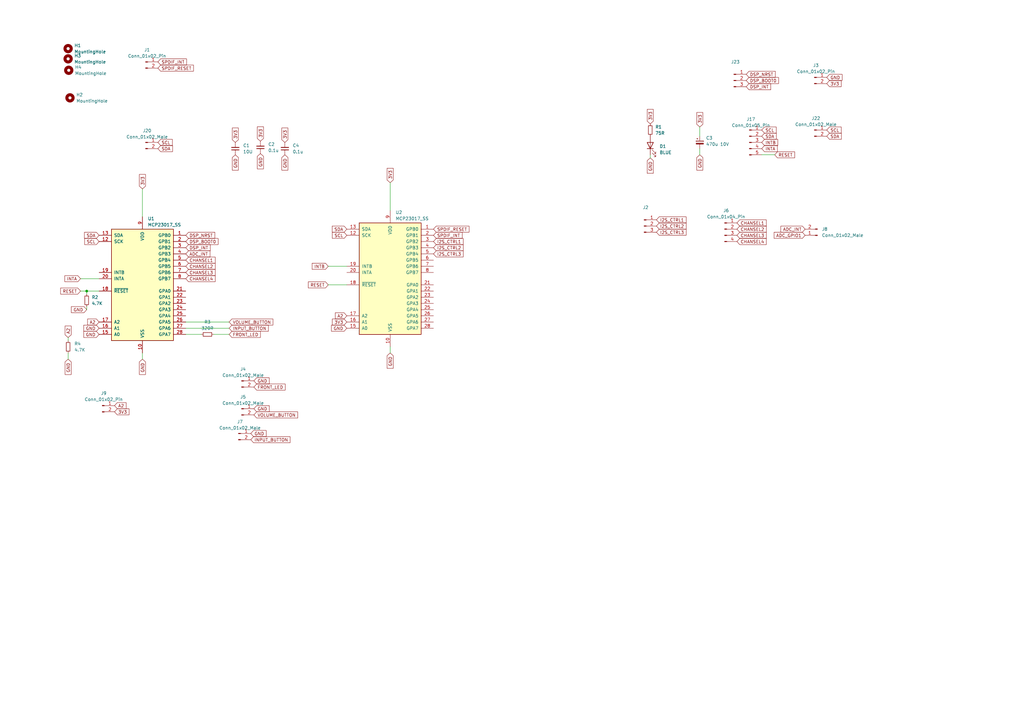
<source format=kicad_sch>
(kicad_sch (version 20231120) (generator "eeschema") (generator_version "8.0")
  (paper "A3")
  (lib_symbols
    (symbol "Connector:Conn_01x02_Male" (pin_names (offset 1.016) hide)
      (property "Reference" "J" (at 0 2.54 0))
      (property "Value" "Conn_01x02_Male" (at 0 -5.08 0))
      (symbol "Conn_01x02_Male_1_1"
        (polyline (pts (xy 1.27 -2.54) (xy 0.8636 -2.54)) (stroke (width 0.1524)))
        (polyline (pts (xy 1.27 0) (xy 0.8636 0)) (stroke (width 0.1524)))
        (rectangle (start 0.8636 -2.413) (end 0 -2.667) (stroke (width 0.1524)) (fill (type outline)))
        (rectangle (start 0.8636 0.127) (end 0 -0.127) (stroke (width 0.1524)) (fill (type outline)))
        (pin passive line (at 5.08 0 180) (length 3.81) (name "Pin_1") (number "1"))
        (pin passive line (at 5.08 -2.54 180) (length 3.81) (name "Pin_2") (number "2"))
      )
    )
    (symbol "Connector:Conn_01x02_Pin" (pin_names (offset 1.016) hide)
      (property "Reference" "J" (at 0 2.54 0))
      (property "Value" "Conn_01x02_Pin" (at 0 -5.08 0))
      (symbol "Conn_01x02_Pin_1_1"
        (polyline (pts (xy 1.27 -2.54) (xy 0.8636 -2.54)) (stroke (width 0.1524)))
        (polyline (pts (xy 1.27 0) (xy 0.8636 0)) (stroke (width 0.1524)))
        (rectangle (start 0.8636 -2.413) (end 0 -2.667) (stroke (width 0.1524)) (fill (type outline)))
        (rectangle (start 0.8636 0.127) (end 0 -0.127) (stroke (width 0.1524)) (fill (type outline)))
        (pin passive line (at 5.08 0 180) (length 3.81) (name "Pin_1") (number "1"))
        (pin passive line (at 5.08 -2.54 180) (length 3.81) (name "Pin_2") (number "2"))
      )
    )
    (symbol "Connector:Conn_01x03_Pin" (pin_names (offset 1.016) hide)
      (property "Reference" "J" (at 0 5.08 0))
      (property "Value" "Conn_01x03_Pin" (at 0 -5.08 0))
      (symbol "Conn_01x03_Pin_1_1"
        (polyline (pts (xy 1.27 -2.54) (xy 0.8636 -2.54)) (stroke (width 0.1524)))
        (polyline (pts (xy 1.27 0) (xy 0.8636 0)) (stroke (width 0.1524)))
        (polyline (pts (xy 1.27 2.54) (xy 0.8636 2.54)) (stroke (width 0.1524)))
        (rectangle (start 0.8636 -2.413) (end 0 -2.667) (stroke (width 0.1524)) (fill (type outline)))
        (rectangle (start 0.8636 0.127) (end 0 -0.127) (stroke (width 0.1524)) (fill (type outline)))
        (rectangle (start 0.8636 2.667) (end 0 2.413) (stroke (width 0.1524)) (fill (type outline)))
        (pin passive line (at 5.08 2.54 180) (length 3.81) (name "Pin_1") (number "1"))
        (pin passive line (at 5.08 0 180) (length 3.81) (name "Pin_2") (number "2"))
        (pin passive line (at 5.08 -2.54 180) (length 3.81) (name "Pin_3") (number "3"))
      )
    )
    (symbol "Connector:Conn_01x04_Pin" (pin_names (offset 1.016) hide)
      (property "Reference" "J" (at 0 5.08 0))
      (property "Value" "Conn_01x04_Pin" (at 0 -7.62 0))
      (symbol "Conn_01x04_Pin_1_1"
        (polyline (pts (xy 1.27 -5.08) (xy 0.8636 -5.08)) (stroke (width 0.1524)))
        (polyline (pts (xy 1.27 -2.54) (xy 0.8636 -2.54)) (stroke (width 0.1524)))
        (polyline (pts (xy 1.27 0) (xy 0.8636 0)) (stroke (width 0.1524)))
        (polyline (pts (xy 1.27 2.54) (xy 0.8636 2.54)) (stroke (width 0.1524)))
        (rectangle (start 0.8636 -4.953) (end 0 -5.207) (stroke (width 0.1524)) (fill (type outline)))
        (rectangle (start 0.8636 -2.413) (end 0 -2.667) (stroke (width 0.1524)) (fill (type outline)))
        (rectangle (start 0.8636 0.127) (end 0 -0.127) (stroke (width 0.1524)) (fill (type outline)))
        (rectangle (start 0.8636 2.667) (end 0 2.413) (stroke (width 0.1524)) (fill (type outline)))
        (pin passive line (at 5.08 2.54 180) (length 3.81) (name "Pin_1") (number "1"))
        (pin passive line (at 5.08 0 180) (length 3.81) (name "Pin_2") (number "2"))
        (pin passive line (at 5.08 -2.54 180) (length 3.81) (name "Pin_3") (number "3"))
        (pin passive line (at 5.08 -5.08 180) (length 3.81) (name "Pin_4") (number "4"))
      )
    )
    (symbol "Connector:Conn_01x05_Pin" (pin_names (offset 1.016) hide)
      (property "Reference" "J" (at 0 7.62 0))
      (property "Value" "Conn_01x05_Pin" (at 0 -7.62 0))
      (symbol "Conn_01x05_Pin_1_1"
        (polyline (pts (xy 1.27 -5.08) (xy 0.8636 -5.08)) (stroke (width 0.1524)))
        (polyline (pts (xy 1.27 -2.54) (xy 0.8636 -2.54)) (stroke (width 0.1524)))
        (polyline (pts (xy 1.27 0) (xy 0.8636 0)) (stroke (width 0.1524)))
        (polyline (pts (xy 1.27 2.54) (xy 0.8636 2.54)) (stroke (width 0.1524)))
        (polyline (pts (xy 1.27 5.08) (xy 0.8636 5.08)) (stroke (width 0.1524)))
        (rectangle (start 0.8636 -4.953) (end 0 -5.207) (stroke (width 0.1524)) (fill (type outline)))
        (rectangle (start 0.8636 -2.413) (end 0 -2.667) (stroke (width 0.1524)) (fill (type outline)))
        (rectangle (start 0.8636 0.127) (end 0 -0.127) (stroke (width 0.1524)) (fill (type outline)))
        (rectangle (start 0.8636 2.667) (end 0 2.413) (stroke (width 0.1524)) (fill (type outline)))
        (rectangle (start 0.8636 5.207) (end 0 4.953) (stroke (width 0.1524)) (fill (type outline)))
        (pin passive line (at 5.08 5.08 180) (length 3.81) (name "Pin_1") (number "1"))
        (pin passive line (at 5.08 2.54 180) (length 3.81) (name "Pin_2") (number "2"))
        (pin passive line (at 5.08 0 180) (length 3.81) (name "Pin_3") (number "3"))
        (pin passive line (at 5.08 -2.54 180) (length 3.81) (name "Pin_4") (number "4"))
        (pin passive line (at 5.08 -5.08 180) (length 3.81) (name "Pin_5") (number "5"))
      )
    )
    (symbol "Device:C_Polarized_Small" (pin_numbers hide) (pin_names (offset 0.254) hide)
      (property "Reference" "C" (at 0.254 1.778 0))
      (property "Value" "C_Polarized_Small" (at 0.254 -2.032 0))
      (symbol "C_Polarized_Small_0_1"
        (rectangle (start -1.524 -0.3048) (end 1.524 -0.6858) (fill (type outline)))
        (rectangle (start -1.524 0.6858) (end 1.524 0.3048))
        (polyline (pts (xy -1.27 1.524) (xy -0.762 1.524)))
        (polyline (pts (xy -1.016 1.27) (xy -1.016 1.778)))
      )
      (symbol "C_Polarized_Small_1_1"
        (pin passive line (at 0 2.54 270) (length 1.8542) (name "~") (number "1"))
        (pin passive line (at 0 -2.54 90) (length 1.8542) (name "~") (number "2"))
      )
    )
    (symbol "Device:C_Small" (pin_numbers hide) (pin_names (offset 0.254) hide)
      (property "Reference" "C" (at 0.254 1.778 0))
      (property "Value" "C_Small" (at 0.254 -2.032 0))
      (symbol "C_Small_0_1"
        (polyline (pts (xy -1.524 -0.508) (xy 1.524 -0.508)) (stroke (width 0.3302)))
        (polyline (pts (xy -1.524 0.508) (xy 1.524 0.508)) (stroke (width 0.3048)))
      )
      (symbol "C_Small_1_1"
        (pin passive line (at 0 2.54 270) (length 2.032) (name "~") (number "1"))
        (pin passive line (at 0 -2.54 90) (length 2.032) (name "~") (number "2"))
      )
    )
    (symbol "Device:LED" (pin_numbers hide) (pin_names (offset 1.016) hide)
      (property "Reference" "D" (at 0 2.54 0))
      (property "Value" "LED" (at 0 -2.54 0))
      (symbol "LED_0_1"
        (polyline (pts (xy -1.27 -1.27) (xy -1.27 1.27)) (stroke (width 0.254)))
        (polyline (pts (xy -1.27 0) (xy 1.27 0)))
        (polyline (pts (xy 1.27 -1.27) (xy 1.27 1.27) (xy -1.27 0) (xy 1.27 -1.27)) (stroke (width 0.254)))
        (polyline (pts (xy -3.048 -0.762) (xy -4.572 -2.286) (xy -3.81 -2.286) (xy -4.572 -2.286) (xy -4.572 -1.524)))
        (polyline (pts (xy -1.778 -0.762) (xy -3.302 -2.286) (xy -2.54 -2.286) (xy -3.302 -2.286) (xy -3.302 -1.524)))
      )
      (symbol "LED_1_1"
        (pin passive line (at -3.81 0 0) (length 2.54) (name "K") (number "1"))
        (pin passive line (at 3.81 0 180) (length 2.54) (name "A") (number "2"))
      )
    )
    (symbol "Device:R_Small" (pin_numbers hide) (pin_names (offset 0.254) hide)
      (property "Reference" "R" (at 0.762 0.508 0))
      (property "Value" "R_Small" (at 0.762 -1.016 0))
      (symbol "R_Small_0_1"
        (rectangle (start -0.762 1.778) (end 0.762 -1.778) (stroke (width 0.2032)))
      )
      (symbol "R_Small_1_1"
        (pin passive line (at 0 2.54 270) (length 0.762) (name "~") (number "1"))
        (pin passive line (at 0 -2.54 90) (length 0.762) (name "~") (number "2"))
      )
    )
    (symbol "Interface_Expansion:MCP23017_SS" (pin_names (offset 1.016))
      (property "Reference" "U" (at -11.43 24.13 0))
      (property "Value" "MCP23017_SS" (at 0 0 0))
      (symbol "MCP23017_SS_0_1"
        (rectangle (start -12.7 22.86) (end 12.7 -22.86) (stroke (width 0.254)) (fill (type background)))
      )
      (symbol "MCP23017_SS_1_1"
        (pin bidirectional line (at 17.78 20.32 180) (length 5.08) (name "GPB0") (number "1"))
        (pin power_in line (at 0 -27.94 90) (length 5.08) (name "VSS") (number "10"))
        (pin no_connect line (at -12.7 15.24 0) (length 5.08) hide (name "NC") (number "11"))
        (pin input line (at -17.78 17.78 0) (length 5.08) (name "SCK") (number "12"))
        (pin bidirectional line (at -17.78 20.32 0) (length 5.08) (name "SDA") (number "13"))
        (pin no_connect line (at -12.7 12.7 0) (length 5.08) hide (name "NC") (number "14"))
        (pin input line (at -17.78 -20.32 0) (length 5.08) (name "A0") (number "15"))
        (pin input line (at -17.78 -17.78 0) (length 5.08) (name "A1") (number "16"))
        (pin input line (at -17.78 -15.24 0) (length 5.08) (name "A2") (number "17"))
        (pin input line (at -17.78 -2.54 0) (length 5.08) (name "~{RESET}") (number "18"))
        (pin tri_state line (at -17.78 5.08 0) (length 5.08) (name "INTB") (number "19"))
        (pin bidirectional line (at 17.78 17.78 180) (length 5.08) (name "GPB1") (number "2"))
        (pin tri_state line (at -17.78 2.54 0) (length 5.08) (name "INTA") (number "20"))
        (pin bidirectional line (at 17.78 -2.54 180) (length 5.08) (name "GPA0") (number "21"))
        (pin bidirectional line (at 17.78 -5.08 180) (length 5.08) (name "GPA1") (number "22"))
        (pin bidirectional line (at 17.78 -7.62 180) (length 5.08) (name "GPA2") (number "23"))
        (pin bidirectional line (at 17.78 -10.16 180) (length 5.08) (name "GPA3") (number "24"))
        (pin bidirectional line (at 17.78 -12.7 180) (length 5.08) (name "GPA4") (number "25"))
        (pin bidirectional line (at 17.78 -15.24 180) (length 5.08) (name "GPA5") (number "26"))
        (pin bidirectional line (at 17.78 -17.78 180) (length 5.08) (name "GPA6") (number "27"))
        (pin bidirectional line (at 17.78 -20.32 180) (length 5.08) (name "GPA7") (number "28"))
        (pin bidirectional line (at 17.78 15.24 180) (length 5.08) (name "GPB2") (number "3"))
        (pin bidirectional line (at 17.78 12.7 180) (length 5.08) (name "GPB3") (number "4"))
        (pin bidirectional line (at 17.78 10.16 180) (length 5.08) (name "GPB4") (number "5"))
        (pin bidirectional line (at 17.78 7.62 180) (length 5.08) (name "GPB5") (number "6"))
        (pin bidirectional line (at 17.78 5.08 180) (length 5.08) (name "GPB6") (number "7"))
        (pin bidirectional line (at 17.78 2.54 180) (length 5.08) (name "GPB7") (number "8"))
        (pin power_in line (at 0 27.94 270) (length 5.08) (name "VDD") (number "9"))
      )
    )
    (symbol "Mechanical:MountingHole" (pin_names (offset 1.016))
      (property "Reference" "H" (at 0 5.08 0))
      (property "Value" "MountingHole" (at 0 3.175 0))
      (symbol "MountingHole_0_1"
        (circle (center 0 0) (radius 1.27) (stroke (width 1.27)))
      )
    )
  )
  (junction (at 35.56 119.38))
  (wire (pts (xy 58.42 147.32) (xy 58.42 144.78)))
  (wire (pts (xy 27.94 144.78) (xy 27.94 147.32)))
  (wire (pts (xy 134.62 116.84) (xy 142.24 116.84)))
  (wire (pts (xy 33.02 114.3) (xy 40.64 114.3)))
  (wire (pts (xy 134.62 109.22) (xy 142.24 109.22)))
  (wire (pts (xy 87.63 137.16) (xy 93.98 137.16)))
  (wire (pts (xy 312.42 63.5) (xy 317.754 63.5)))
  (wire (pts (xy 287.02 63.5) (xy 287.02 60.96)))
  (wire (pts (xy 160.02 74.93) (xy 160.02 86.36)))
  (wire (pts (xy 35.56 119.38) (xy 40.64 119.38)))
  (wire (pts (xy 35.56 127) (xy 35.56 125.73)))
  (wire (pts (xy 93.98 132.08) (xy 76.2 132.08)))
  (wire (pts (xy 160.02 144.78) (xy 160.02 142.24)))
  (wire (pts (xy 266.7 64.77) (xy 266.7 63.5)))
  (wire (pts (xy 27.94 138.43) (xy 27.94 139.7)))
  (wire (pts (xy 35.56 120.65) (xy 35.56 119.38)))
  (wire (pts (xy 287.02 52.07) (xy 287.02 55.88)))
  (wire (pts (xy 76.2 137.16) (xy 82.55 137.16)))
  (wire (pts (xy 33.02 119.38) (xy 35.56 119.38)))
  (wire (pts (xy 76.2 134.62) (xy 93.98 134.62)))
  (wire (pts (xy 58.42 77.47) (xy 58.42 88.9)))
  (global_label "GND" (shape input) (at 96.52 63.5 270) (property "Intersheetrefs" "${INTERSHEET_REFS}" (effects (hide yes))))
  (global_label "DSP_BOOT0" (shape input) (at 76.2 99.06 0) (property "Intersheetrefs" "${INTERSHEET_REFS}" (effects (hide yes))))
  (global_label "3V3" (shape input) (at 266.7 50.8 90) (property "Intersheetrefs" "${INTERSHEET_REFS}" (effects (hide yes))))
  (global_label "RESET" (shape input) (at 317.754 63.5 0) (property "Intersheetrefs" "${INTERSHEET_REFS}" (effects (hide yes))))
  (global_label "GND" (shape input) (at 40.64 137.16 180) (property "Intersheetrefs" "${INTERSHEET_REFS}" (effects (hide yes))))
  (global_label "DSP_NRST" (shape input) (at 76.2 96.52 0) (property "Intersheetrefs" "${INTERSHEET_REFS}" (effects (hide yes))))
  (global_label "3V3" (shape input) (at 142.24 132.08 180) (property "Intersheetrefs" "${INTERSHEET_REFS}" (effects (hide yes))))
  (global_label "SDA" (shape input) (at 142.24 93.98 180) (property "Intersheetrefs" "${INTERSHEET_REFS}" (effects (hide yes))))
  (global_label "SCL" (shape input) (at 142.24 96.52 180) (property "Intersheetrefs" "${INTERSHEET_REFS}" (effects (hide yes))))
  (global_label "GND" (shape input) (at 142.24 134.62 180) (property "Intersheetrefs" "${INTERSHEET_REFS}" (effects (hide yes))))
  (global_label "A2" (shape input) (at 40.64 132.08 180) (property "Intersheetrefs" "${INTERSHEET_REFS}" (effects (hide yes))))
  (global_label "CHANSEL1" (shape input) (at 302.26 91.44 0) (property "Intersheetrefs" "${INTERSHEET_REFS}" (effects (hide yes))))
  (global_label "GND" (shape input) (at 35.56 127 180) (property "Intersheetrefs" "${INTERSHEET_REFS}" (effects (hide yes))))
  (global_label "CHANSEL2" (shape input) (at 302.26 93.98 0) (property "Intersheetrefs" "${INTERSHEET_REFS}" (effects (hide yes))))
  (global_label "DSP_BOOT0" (shape input) (at 306.07 33.02 0) (property "Intersheetrefs" "${INTERSHEET_REFS}" (effects (hide yes))))
  (global_label "GND" (shape input) (at 339.09 31.75 0) (property "Intersheetrefs" "${INTERSHEET_REFS}" (effects (hide yes))))
  (global_label "VOLUME_BUTTON" (shape input) (at 93.98 132.08 0) (property "Intersheetrefs" "${INTERSHEET_REFS}" (effects (hide yes))))
  (global_label "SCL" (shape input) (at 64.77 58.42 0) (property "Intersheetrefs" "${INTERSHEET_REFS}" (effects (hide yes))))
  (global_label "GND" (shape input) (at 287.02 63.5 270) (property "Intersheetrefs" "${INTERSHEET_REFS}" (effects (hide yes))))
  (global_label "GND" (shape input) (at 58.42 147.32 270) (property "Intersheetrefs" "${INTERSHEET_REFS}" (effects (hide yes))))
  (global_label "GND" (shape input) (at 160.02 144.78 270) (property "Intersheetrefs" "${INTERSHEET_REFS}" (effects (hide yes))))
  (global_label "CHANSEL2" (shape input) (at 76.2 109.22 0) (property "Intersheetrefs" "${INTERSHEET_REFS}" (effects (hide yes))))
  (global_label "CHANSEL4" (shape input) (at 76.2 114.3 0) (property "Intersheetrefs" "${INTERSHEET_REFS}" (effects (hide yes))))
  (global_label "GND" (shape input) (at 27.94 147.32 270) (property "Intersheetrefs" "${INTERSHEET_REFS}" (effects (hide yes))))
  (global_label "SDA" (shape input) (at 40.64 96.52 180) (property "Intersheetrefs" "${INTERSHEET_REFS}" (effects (hide yes))))
  (global_label "3V3" (shape input) (at 58.42 77.47 90) (property "Intersheetrefs" "${INTERSHEET_REFS}" (effects (hide yes))))
  (global_label "FRONT_LED" (shape input) (at 104.14 158.75 0) (property "Intersheetrefs" "${INTERSHEET_REFS}" (effects (hide yes))))
  (global_label "FRONT_LED" (shape input) (at 93.98 137.16 0) (property "Intersheetrefs" "${INTERSHEET_REFS}" (effects (hide yes))))
  (global_label "INTB" (shape input) (at 134.62 109.22 180) (property "Intersheetrefs" "${INTERSHEET_REFS}" (effects (hide yes))))
  (global_label "3V3" (shape input) (at 160.02 74.93 90) (property "Intersheetrefs" "${INTERSHEET_REFS}" (effects (hide yes))))
  (global_label "I2S_CTRL2" (shape input) (at 177.8 101.6 0) (property "Intersheetrefs" "${INTERSHEET_REFS}" (effects (hide yes))))
  (global_label "INTA" (shape input) (at 33.02 114.3 180) (property "Intersheetrefs" "${INTERSHEET_REFS}" (effects (hide yes))))
  (global_label "GND" (shape input) (at 116.84 63.5 270) (property "Intersheetrefs" "${INTERSHEET_REFS}" (effects (hide yes))))
  (global_label "SDA" (shape input) (at 339.09 55.88 0) (property "Intersheetrefs" "${INTERSHEET_REFS}" (effects (hide yes))))
  (global_label "SPDIF_RESET" (shape input) (at 64.77 27.94 0) (property "Intersheetrefs" "${INTERSHEET_REFS}" (effects (hide yes))))
  (global_label "I2S_CTRL1" (shape input) (at 177.8 99.06 0) (property "Intersheetrefs" "${INTERSHEET_REFS}" (effects (hide yes))))
  (global_label "3V3" (shape input) (at 96.52 58.42 90) (property "Intersheetrefs" "${INTERSHEET_REFS}" (effects (hide yes))))
  (global_label "SPDIF_RESET" (shape input) (at 177.8 93.98 0) (property "Intersheetrefs" "${INTERSHEET_REFS}" (effects (hide yes))))
  (global_label "SDA" (shape input) (at 312.42 55.88 0) (property "Intersheetrefs" "${INTERSHEET_REFS}" (effects (hide yes))))
  (global_label "SCL" (shape input) (at 40.64 99.06 180) (property "Intersheetrefs" "${INTERSHEET_REFS}" (effects (hide yes))))
  (global_label "SCL" (shape input) (at 339.09 53.34 0) (property "Intersheetrefs" "${INTERSHEET_REFS}" (effects (hide yes))))
  (global_label "SPDIF_INT" (shape input) (at 64.77 25.4 0) (property "Intersheetrefs" "${INTERSHEET_REFS}" (effects (hide yes))))
  (global_label "I2S_CTRL3" (shape input) (at 269.24 95.25 0) (property "Intersheetrefs" "${INTERSHEET_REFS}" (effects (hide yes))))
  (global_label "3V3" (shape input) (at 339.09 34.29 0) (property "Intersheetrefs" "${INTERSHEET_REFS}" (effects (hide yes))))
  (global_label "DSP_NRST" (shape input) (at 306.07 30.48 0) (property "Intersheetrefs" "${INTERSHEET_REFS}" (effects (hide yes))))
  (global_label "A2" (shape input) (at 27.94 138.43 90) (property "Intersheetrefs" "${INTERSHEET_REFS}" (effects (hide yes))))
  (global_label "GND" (shape input) (at 104.14 156.21 0) (property "Intersheetrefs" "${INTERSHEET_REFS}" (effects (hide yes))))
  (global_label "SPDIF_INT" (shape input) (at 177.8 96.52 0) (property "Intersheetrefs" "${INTERSHEET_REFS}" (effects (hide yes))))
  (global_label "CHANSEL1" (shape input) (at 76.2 106.68 0) (property "Intersheetrefs" "${INTERSHEET_REFS}" (effects (hide yes))))
  (global_label "A2" (shape input) (at 142.24 129.54 180) (property "Intersheetrefs" "${INTERSHEET_REFS}" (effects (hide yes))))
  (global_label "3V3" (shape input) (at 116.84 58.42 90) (property "Intersheetrefs" "${INTERSHEET_REFS}" (effects (hide yes))))
  (global_label "VOLUME_BUTTON" (shape input) (at 104.14 170.18 0) (property "Intersheetrefs" "${INTERSHEET_REFS}" (effects (hide yes))))
  (global_label "GND" (shape input) (at 106.807 62.992 270) (property "Intersheetrefs" "${INTERSHEET_REFS}" (effects (hide yes))))
  (global_label "GND" (shape input) (at 104.14 167.64 0) (property "Intersheetrefs" "${INTERSHEET_REFS}" (effects (hide yes))))
  (global_label "3V3" (shape input) (at 46.99 168.91 0) (property "Intersheetrefs" "${INTERSHEET_REFS}" (effects (hide yes))))
  (global_label "3V3" (shape input) (at 106.807 57.912 90) (property "Intersheetrefs" "${INTERSHEET_REFS}" (effects (hide yes))))
  (global_label "INPUT_BUTTON" (shape input) (at 102.87 180.34 0) (property "Intersheetrefs" "${INTERSHEET_REFS}" (effects (hide yes))))
  (global_label "ADC_GPIO1" (shape input) (at 330.2 96.52 180) (property "Intersheetrefs" "${INTERSHEET_REFS}" (effects (hide yes))))
  (global_label "GND" (shape input) (at 102.87 177.8 0) (property "Intersheetrefs" "${INTERSHEET_REFS}" (effects (hide yes))))
  (global_label "INPUT_BUTTON" (shape input) (at 93.98 134.62 0) (property "Intersheetrefs" "${INTERSHEET_REFS}" (effects (hide yes))))
  (global_label "3V3" (shape input) (at 287.02 52.07 90) (property "Intersheetrefs" "${INTERSHEET_REFS}" (effects (hide yes))))
  (global_label "ADC_INT" (shape input) (at 330.2 93.98 180) (property "Intersheetrefs" "${INTERSHEET_REFS}" (effects (hide yes))))
  (global_label "DSP_INT" (shape input) (at 306.07 35.56 0) (property "Intersheetrefs" "${INTERSHEET_REFS}" (effects (hide yes))))
  (global_label "RESET" (shape input) (at 33.02 119.38 180) (property "Intersheetrefs" "${INTERSHEET_REFS}" (effects (hide yes))))
  (global_label "SDA" (shape input) (at 64.77 60.96 0) (property "Intersheetrefs" "${INTERSHEET_REFS}" (effects (hide yes))))
  (global_label "I2S_CTRL1" (shape input) (at 269.24 90.17 0) (property "Intersheetrefs" "${INTERSHEET_REFS}" (effects (hide yes))))
  (global_label "GND" (shape input) (at 266.7 64.77 270) (property "Intersheetrefs" "${INTERSHEET_REFS}" (effects (hide yes))))
  (global_label "CHANSEL3" (shape input) (at 302.26 96.52 0) (property "Intersheetrefs" "${INTERSHEET_REFS}" (effects (hide yes))))
  (global_label "DSP_INT" (shape input) (at 76.2 101.6 0) (property "Intersheetrefs" "${INTERSHEET_REFS}" (effects (hide yes))))
  (global_label "RESET" (shape input) (at 134.62 116.84 180) (property "Intersheetrefs" "${INTERSHEET_REFS}" (effects (hide yes))))
  (global_label "ADC_INT" (shape input) (at 76.2 104.14 0) (property "Intersheetrefs" "${INTERSHEET_REFS}" (effects (hide yes))))
  (global_label "I2S_CTRL2" (shape input) (at 269.24 92.71 0) (property "Intersheetrefs" "${INTERSHEET_REFS}" (effects (hide yes))))
  (global_label "I2S_CTRL3" (shape input) (at 177.8 104.14 0) (property "Intersheetrefs" "${INTERSHEET_REFS}" (effects (hide yes))))
  (global_label "A2" (shape input) (at 46.99 166.37 0) (property "Intersheetrefs" "${INTERSHEET_REFS}" (effects (hide yes))))
  (global_label "CHANSEL3" (shape input) (at 76.2 111.76 0) (property "Intersheetrefs" "${INTERSHEET_REFS}" (effects (hide yes))))
  (global_label "INTB" (shape input) (at 312.42 58.42 0) (property "Intersheetrefs" "${INTERSHEET_REFS}" (effects (hide yes))))
  (global_label "CHANSEL4" (shape input) (at 302.26 99.06 0) (property "Intersheetrefs" "${INTERSHEET_REFS}" (effects (hide yes))))
  (global_label "SCL" (shape input) (at 312.42 53.34 0) (property "Intersheetrefs" "${INTERSHEET_REFS}" (effects (hide yes))))
  (global_label "GND" (shape input) (at 40.64 134.62 180) (property "Intersheetrefs" "${INTERSHEET_REFS}" (effects (hide yes))))
  (global_label "INTA" (shape input) (at 312.42 60.96 0) (property "Intersheetrefs" "${INTERSHEET_REFS}" (effects (hide yes))))
  (symbol (lib_id "Mechanical:MountingHole") (at 28.194 28.829 0) (unit 1)
    (property "Reference" "H4" (at 30.734 27.5589 0) (effects (justify left)))
    (property "Value" "MountingHole" (at 30.734 30.0989 0) (effects (justify left)))
    (property "Footprint" "MountingHole:MountingHole_3.2mm_M3_DIN965_Pad_TopOnly" (effects (hide yes)))
  )
  (symbol (lib_id "Interface_Expansion:MCP23017_SS") (at 58.42 116.84 0) (unit 1)
    (property "Reference" "U1" (at 60.6141 89.662 0) (effects (justify left)))
    (property "Value" "MCP23017_SS" (at 60.6141 92.202 0) (effects (justify left)))
    (property "Footprint" "Package_SO:SSOP-28_5.3x10.2mm_P0.65mm" (effects (hide yes)))
    (property "Datasheet" "http://ww1.microchip.com/downloads/en/DeviceDoc/20001952C.pdf" (effects (hide yes)))
  )
  (symbol (lib_id "Device:R_Small") (at 27.94 142.24 0) (unit 1)
    (property "Reference" "R4" (at 30.48 140.9699 0) (effects (justify left)))
    (property "Value" "4.7K" (at 30.48 143.5099 0) (effects (justify left)))
    (property "Footprint" "Resistor_SMD:R_0603_1608Metric_Pad0.98x0.95mm_HandSolder" (effects (hide yes)))
  )
  (symbol (lib_id "Connector:Conn_01x04_Pin") (at 297.18 93.98 0) (unit 1)
    (property "Reference" "J6" (at 297.815 86.36 0))
    (property "Value" "Conn_01x04_Pin" (at 297.815 88.9 0))
    (property "Footprint" "Connector_JST:JST_PH_B4B-PH-K_1x04_P2.00mm_Vertical" (effects (hide yes)))
    (property "Description" "Generic connector, single row, 01x04, script generated" (effects (hide yes)))
  )
  (symbol (lib_id "Device:C_Small") (at 106.807 60.452 180) (unit 1)
    (property "Reference" "C2" (at 109.982 59.1756 0) (effects (justify right)))
    (property "Value" "0.1u" (at 109.982 61.7156 0) (effects (justify right)))
    (property "Footprint" "Capacitor_SMD:C_0805_2012Metric_Pad1.18x1.45mm_HandSolder" (effects (hide yes)))
  )
  (symbol (lib_id "Connector:Conn_01x02_Male") (at 59.69 58.42 0) (unit 1)
    (property "Reference" "J20" (at 60.325 53.594 0))
    (property "Value" "Conn_01x02_Male" (at 60.325 56.134 0))
    (property "Footprint" "Connector_JST:JST_PH_B2B-PH-K_1x02_P2.00mm_Vertical" (effects (hide yes)))
  )
  (symbol (lib_id "Device:C_Small") (at 116.84 60.96 180) (unit 1)
    (property "Reference" "C4" (at 120.015 59.6836 0) (effects (justify right)))
    (property "Value" "0.1u" (at 120.015 62.2236 0) (effects (justify right)))
    (property "Footprint" "Capacitor_SMD:C_0805_2012Metric_Pad1.18x1.45mm_HandSolder" (effects (hide yes)))
  )
  (symbol (lib_id "Connector:Conn_01x02_Pin") (at 41.91 166.37 0) (unit 1)
    (property "Reference" "J9" (at 42.545 161.29 0))
    (property "Value" "Conn_01x02_Pin" (at 42.545 163.83 0))
    (property "Footprint" "Connector_PinHeader_2.54mm:PinHeader_1x02_P2.54mm_Vertical" (effects (hide yes)))
    (property "Description" "Generic connector, single row, 01x02, script generated" (effects (hide yes)))
  )
  (symbol (lib_id "Connector:Conn_01x02_Male") (at 99.06 167.64 0) (unit 1)
    (property "Reference" "J5" (at 99.695 162.814 0))
    (property "Value" "Conn_01x02_Male" (at 99.695 165.354 0))
    (property "Footprint" "Connector_JST:JST_PH_B2B-PH-K_1x02_P2.00mm_Vertical" (effects (hide yes)))
  )
  (symbol (lib_id "Connector:Conn_01x02_Pin") (at 59.69 25.4 0) (unit 1)
    (property "Reference" "J1" (at 60.325 20.447 0))
    (property "Value" "Conn_01x02_Pin" (at 60.325 22.987 0))
    (property "Footprint" "Connector_JST:JST_PH_B2B-PH-K_1x02_P2.00mm_Vertical" (effects (hide yes)))
  )
  (symbol (lib_id "Connector:Conn_01x05_Pin") (at 307.34 58.42 0) (unit 1)
    (property "Reference" "J17" (at 307.975 48.895 0))
    (property "Value" "Conn_01x05_Pin" (at 307.975 51.435 0))
    (property "Footprint" "Connector_JST:JST_PH_B5B-PH-K_1x05_P2.00mm_Vertical" (effects (hide yes)))
  )
  (symbol (lib_id "Connector:Conn_01x02_Male") (at 335.28 96.52 180) (unit 1)
    (property "Reference" "J8" (at 337.058 93.9799 0) (effects (justify right)))
    (property "Value" "Conn_01x02_Male" (at 337.058 96.5199 0) (effects (justify right)))
    (property "Footprint" "Connector_JST:JST_PH_B2B-PH-K_1x02_P2.00mm_Vertical" (effects (hide yes)))
  )
  (symbol (lib_id "Mechanical:MountingHole") (at 27.94 24.13 0) (unit 1)
    (property "Reference" "H3" (at 30.48 22.8599 0) (effects (justify left)))
    (property "Value" "MountingHole" (at 30.48 25.3999 0) (effects (justify left)))
    (property "Footprint" "MountingHole:MountingHole_3.2mm_M3_DIN965_Pad_TopOnly" (effects (hide yes)))
  )
  (symbol (lib_id "Connector:Conn_01x03_Pin") (at 264.16 92.71 0) (unit 1)
    (property "Reference" "J2" (at 264.795 85.09 0))
    (property "Value" "Conn_01x03_Pin" (effects (hide yes)))
    (property "Footprint" "Connector_JST:JST_PH_B3B-PH-K_1x03_P2.00mm_Vertical" (effects (hide yes)))
    (property "Description" "Generic connector, single row, 01x03, script generated" (effects (hide yes)))
  )
  (symbol (lib_id "Mechanical:MountingHole") (at 27.94 19.939 0) (unit 1)
    (property "Reference" "H1" (at 30.48 18.6689 0) (effects (justify left)))
    (property "Value" "MountingHole" (at 30.48 21.2089 0) (effects (justify left)))
    (property "Footprint" "MountingHole:MountingHole_3.2mm_M3_DIN965_Pad_TopOnly" (effects (hide yes)))
  )
  (symbol (lib_id "Connector:Conn_01x02_Male") (at 97.79 177.8 0) (unit 1)
    (property "Reference" "J7" (at 98.425 172.974 0))
    (property "Value" "Conn_01x02_Male" (at 98.425 175.514 0))
    (property "Footprint" "Connector_JST:JST_PH_B2B-PH-K_1x02_P2.00mm_Vertical" (effects (hide yes)))
  )
  (symbol (lib_id "Connector:Conn_01x02_Male") (at 99.06 156.21 0) (unit 1)
    (property "Reference" "J4" (at 99.695 151.384 0))
    (property "Value" "Conn_01x02_Male" (at 99.695 153.924 0))
    (property "Footprint" "Connector_JST:JST_PH_B2B-PH-K_1x02_P2.00mm_Vertical" (effects (hide yes)))
  )
  (symbol (lib_id "Interface_Expansion:MCP23017_SS") (at 160.02 114.3 0) (unit 1)
    (property "Reference" "U2" (at 162.2141 87.122 0) (effects (justify left)))
    (property "Value" "MCP23017_SS" (at 162.2141 89.662 0) (effects (justify left)))
    (property "Footprint" "Package_SO:SSOP-28_5.3x10.2mm_P0.65mm" (effects (hide yes)))
    (property "Datasheet" "http://ww1.microchip.com/downloads/en/DeviceDoc/20001952C.pdf" (effects (hide yes)))
  )
  (symbol (lib_id "Device:R_Small") (at 35.56 123.19 180) (unit 1)
    (property "Reference" "R2" (at 37.592 121.92 0) (effects (justify right)))
    (property "Value" "4.7K" (at 37.592 124.46 0) (effects (justify right)))
    (property "Footprint" "Resistor_SMD:R_0603_1608Metric_Pad0.98x0.95mm_HandSolder" (effects (hide yes)))
  )
  (symbol (lib_id "Device:R_Small") (at 266.7 53.34 180) (unit 1)
    (property "Reference" "R1" (at 268.732 52.07 0) (effects (justify right)))
    (property "Value" "75R" (at 268.732 54.61 0) (effects (justify right)))
    (property "Footprint" "Resistor_SMD:R_0603_1608Metric_Pad0.98x0.95mm_HandSolder" (effects (hide yes)))
  )
  (symbol (lib_id "Device:LED") (at 266.7 59.69 90) (unit 1)
    (property "Reference" "D1" (at 270.51 60.0074 90) (effects (justify right)))
    (property "Value" "BLUE" (at 270.51 62.5474 90) (effects (justify right)))
    (property "Footprint" "LED_SMD:LED_0805_2012Metric_Pad1.15x1.40mm_HandSolder" (effects (hide yes)))
    (property "Description" "Light emitting diode" (effects (hide yes)))
  )
  (symbol (lib_id "Connector:Conn_01x02_Pin") (at 334.01 31.75 0) (unit 1)
    (property "Reference" "J3" (at 334.645 26.797 0))
    (property "Value" "Conn_01x02_Pin" (at 334.645 29.337 0))
    (property "Footprint" "Connector_JST:JST_PH_B2B-PH-K_1x02_P2.00mm_Vertical" (effects (hide yes)))
  )
  (symbol (lib_id "Connector:Conn_01x03_Pin") (at 300.99 33.02 0) (unit 1)
    (property "Reference" "J23" (at 301.625 25.4 0))
    (property "Value" "Conn_01x03_Pin" (effects (hide yes)))
    (property "Footprint" "Connector_JST:JST_PH_B3B-PH-K_1x03_P2.00mm_Vertical" (effects (hide yes)))
    (property "Description" "Generic connector, single row, 01x03, script generated" (effects (hide yes)))
  )
  (symbol (lib_id "Device:C_Polarized_Small") (at 287.02 58.42 0) (unit 1)
    (property "Reference" "C3" (at 289.56 56.6038 0) (effects (justify left)))
    (property "Value" "470u 10V" (at 289.56 59.1438 0) (effects (justify left)))
    (property "Footprint" "Capacitor_THT:CP_Radial_D6.3mm_P2.50mm" (effects (hide yes)))
    (property "Description" "Polarized capacitor, small symbol" (effects (hide yes)))
  )
  (symbol (lib_id "Connector:Conn_01x02_Male") (at 334.01 53.34 0) (unit 1)
    (property "Reference" "J22" (at 334.645 48.514 0))
    (property "Value" "Conn_01x02_Male" (at 334.645 51.054 0))
    (property "Footprint" "Connector_JST:JST_PH_B2B-PH-K_1x02_P2.00mm_Vertical" (effects (hide yes)))
  )
  (symbol (lib_id "Mechanical:MountingHole") (at 28.702 40.132 0) (unit 1)
    (property "Reference" "H2" (at 31.242 38.8619 0) (effects (justify left)))
    (property "Value" "MountingHole" (at 31.242 41.4019 0) (effects (justify left)))
    (property "Footprint" "MountingHole:MountingHole_3.2mm_M3_DIN965_Pad_TopOnly" (effects (hide yes)))
  )
  (symbol (lib_id "Device:C_Small") (at 96.52 60.96 180) (unit 1)
    (property "Reference" "C1" (at 99.695 59.6836 0) (effects (justify right)))
    (property "Value" "10U" (at 99.695 62.2236 0) (effects (justify right)))
    (property "Footprint" "Capacitor_SMD:C_1206_3216Metric_Pad1.33x1.80mm_HandSolder" (effects (hide yes)))
  )
  (symbol (lib_id "Device:R_Small") (at 85.09 137.16 90) (unit 1)
    (property "Reference" "R3" (at 85.09 132.08 90))
    (property "Value" "320R" (at 85.09 134.62 90))
    (property "Footprint" "Resistor_SMD:R_0603_1608Metric_Pad0.98x0.95mm_HandSolder" (effects (hide yes)))
  )
)
</source>
